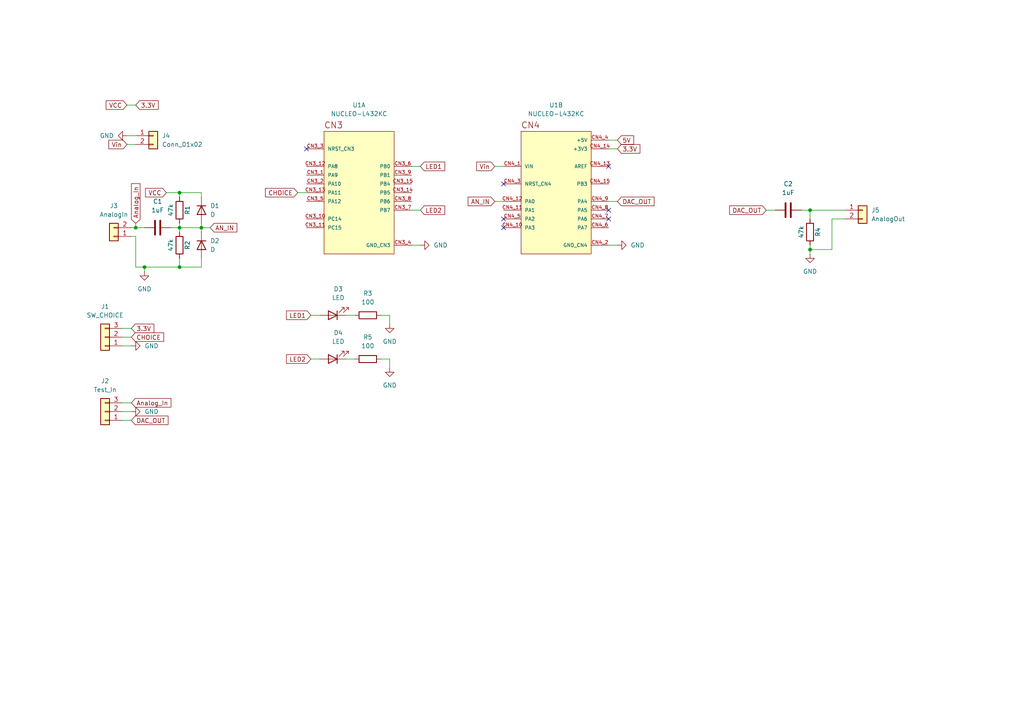
<source format=kicad_sch>
(kicad_sch (version 20231120) (generator "eeschema") (generator_version "8.0")
  (paper "A4")
  (lib_symbols
    (symbol "Conn_01x02_1" (pin_names (offset 1.016) hide)
      (property "Reference" "J" (at 0 2.54 0))
      (property "Value" "Conn_01x02" (at 0 -5.08 0))
      (symbol "Conn_01x02_1_1_1"
        (rectangle (start -1.27 -2.413) (end 0 -2.667) (stroke (width 0.1524)))
        (rectangle (start -1.27 0.127) (end 0 -0.127) (stroke (width 0.1524)))
        (rectangle (start -1.27 1.27) (end 1.27 -3.81) (stroke (width 0.254)) (fill (type background)))
        (pin passive line (at -5.08 0 0) (length 3.81) (name "Pin_1") (number "1"))
        (pin passive line (at -5.08 -2.54 0) (length 3.81) (name "Pin_2") (number "2"))
      )
    )
    (symbol "Connector_Generic:Conn_01x02" (pin_names (offset 1.016) hide)
      (property "Reference" "J" (at 0 2.54 0))
      (property "Value" "Conn_01x02" (at 0 -5.08 0))
      (symbol "Conn_01x02_1_1"
        (rectangle (start -1.27 -2.413) (end 0 -2.667) (stroke (width 0.1524)))
        (rectangle (start -1.27 0.127) (end 0 -0.127) (stroke (width 0.1524)))
        (rectangle (start -1.27 1.27) (end 1.27 -3.81) (stroke (width 0.254)) (fill (type background)))
        (pin passive line (at -5.08 0 0) (length 3.81) (name "Pin_1") (number "1"))
        (pin passive line (at -5.08 -2.54 0) (length 3.81) (name "Pin_2") (number "2"))
      )
    )
    (symbol "Connector_Generic:Conn_01x03" (pin_names (offset 1.016) hide)
      (property "Reference" "J" (at 0 5.08 0))
      (property "Value" "Conn_01x03" (at 0 -5.08 0))
      (symbol "Conn_01x03_1_1"
        (rectangle (start -1.27 -2.413) (end 0 -2.667) (stroke (width 0.1524)))
        (rectangle (start -1.27 0.127) (end 0 -0.127) (stroke (width 0.1524)))
        (rectangle (start -1.27 2.667) (end 0 2.413) (stroke (width 0.1524)))
        (rectangle (start -1.27 3.81) (end 1.27 -3.81) (stroke (width 0.254)) (fill (type background)))
        (pin passive line (at -5.08 2.54 0) (length 3.81) (name "Pin_1") (number "1"))
        (pin passive line (at -5.08 0 0) (length 3.81) (name "Pin_2") (number "2"))
        (pin passive line (at -5.08 -2.54 0) (length 3.81) (name "Pin_3") (number "3"))
      )
    )
    (symbol "Device:C" (pin_numbers hide) (pin_names (offset 0.254))
      (property "Reference" "C" (at 0.635 2.54 0))
      (property "Value" "C" (at 0.635 -2.54 0))
      (symbol "C_0_1"
        (polyline (pts (xy -2.032 -0.762) (xy 2.032 -0.762)) (stroke (width 0.508)))
        (polyline (pts (xy -2.032 0.762) (xy 2.032 0.762)) (stroke (width 0.508)))
      )
      (symbol "C_1_1"
        (pin passive line (at 0 3.81 270) (length 2.794) (name "~") (number "1"))
        (pin passive line (at 0 -3.81 90) (length 2.794) (name "~") (number "2"))
      )
    )
    (symbol "Device:D" (pin_numbers hide) (pin_names (offset 1.016) hide)
      (property "Reference" "D" (at 0 2.54 0))
      (property "Value" "D" (at 0 -2.54 0))
      (symbol "D_0_1"
        (polyline (pts (xy -1.27 1.27) (xy -1.27 -1.27)) (stroke (width 0.254)))
        (polyline (pts (xy 1.27 0) (xy -1.27 0)))
        (polyline (pts (xy 1.27 1.27) (xy 1.27 -1.27) (xy -1.27 0) (xy 1.27 1.27)) (stroke (width 0.254)))
      )
      (symbol "D_1_1"
        (pin passive line (at -3.81 0 0) (length 2.54) (name "K") (number "1"))
        (pin passive line (at 3.81 0 180) (length 2.54) (name "A") (number "2"))
      )
    )
    (symbol "Device:LED" (pin_numbers hide) (pin_names (offset 1.016) hide)
      (property "Reference" "D" (at 0 2.54 0))
      (property "Value" "LED" (at 0 -2.54 0))
      (symbol "LED_0_1"
        (polyline (pts (xy -1.27 -1.27) (xy -1.27 1.27)) (stroke (width 0.254)))
        (polyline (pts (xy -1.27 0) (xy 1.27 0)))
        (polyline (pts (xy 1.27 -1.27) (xy 1.27 1.27) (xy -1.27 0) (xy 1.27 -1.27)) (stroke (width 0.254)))
        (polyline (pts (xy -3.048 -0.762) (xy -4.572 -2.286) (xy -3.81 -2.286) (xy -4.572 -2.286) (xy -4.572 -1.524)))
        (polyline (pts (xy -1.778 -0.762) (xy -3.302 -2.286) (xy -2.54 -2.286) (xy -3.302 -2.286) (xy -3.302 -1.524)))
      )
      (symbol "LED_1_1"
        (pin passive line (at -3.81 0 0) (length 2.54) (name "K") (number "1"))
        (pin passive line (at 3.81 0 180) (length 2.54) (name "A") (number "2"))
      )
    )
    (symbol "Device:R" (pin_numbers hide) (pin_names (offset 0))
      (property "Reference" "R" (at 2.032 0 90))
      (property "Value" "R" (at 0 0 90))
      (symbol "R_0_1"
        (rectangle (start -1.016 -2.54) (end 1.016 2.54) (stroke (width 0.254)))
      )
      (symbol "R_1_1"
        (pin passive line (at 0 3.81 270) (length 1.27) (name "~") (number "1"))
        (pin passive line (at 0 -3.81 90) (length 1.27) (name "~") (number "2"))
      )
    )
    (symbol "NUCLEO-L432KC:NUCLEO-L432KC" (pin_names (offset 1.016))
      (property "Reference" "U" (at -10.16 21.082 0))
      (property "Value" "NUCLEO-L432KC" (at -10.16 -20.32 0))
      (symbol "NUCLEO-L432KC_1_0"
        (rectangle (start -10.16 -17.78) (end 10.16 17.78) (stroke (width 0.1524)) (fill (type background)))
        (text "CN3" (at -10.16 18.542 0) (effects (font (size 1.778 1.778)) (justify left bottom)))
        (pin bidirectional line (at -15.24 5.08 0) (length 5.08) (name "PA9") (number "CN3_1"))
        (pin bidirectional line (at -15.24 -7.62 0) (length 5.08) (name "PC14") (number "CN3_10"))
        (pin bidirectional line (at -15.24 -10.16 0) (length 5.08) (name "PC15") (number "CN3_11"))
        (pin bidirectional line (at -15.24 7.62 0) (length 5.08) (name "PA8") (number "CN3_12"))
        (pin bidirectional line (at -15.24 0 0) (length 5.08) (name "PA11") (number "CN3_13"))
        (pin bidirectional line (at 15.24 0 180) (length 5.08) (name "PB5") (number "CN3_14"))
        (pin bidirectional line (at 15.24 2.54 180) (length 5.08) (name "PB4") (number "CN3_15"))
        (pin bidirectional line (at -15.24 2.54 0) (length 5.08) (name "PA10") (number "CN3_2"))
        (pin bidirectional line (at -15.24 12.7 0) (length 5.08) (name "NRST_CN3") (number "CN3_3"))
        (pin power_in line (at 15.24 -15.24 180) (length 5.08) (name "GND_CN3") (number "CN3_4"))
        (pin bidirectional line (at -15.24 -2.54 0) (length 5.08) (name "PA12") (number "CN3_5"))
        (pin bidirectional line (at 15.24 7.62 180) (length 5.08) (name "PB0") (number "CN3_6"))
        (pin bidirectional line (at 15.24 -5.08 180) (length 5.08) (name "PB7") (number "CN3_7"))
        (pin bidirectional line (at 15.24 -2.54 180) (length 5.08) (name "PB6") (number "CN3_8"))
        (pin bidirectional line (at 15.24 5.08 180) (length 5.08) (name "PB1") (number "CN3_9"))
      )
      (symbol "NUCLEO-L432KC_2_0"
        (rectangle (start -10.16 -17.78) (end 10.16 17.78) (stroke (width 0.1524)) (fill (type background)))
        (text "CN4" (at -10.16 18.542 0) (effects (font (size 1.778 1.778)) (justify left bottom)))
        (pin input line (at -15.24 7.62 0) (length 5.08) (name "VIN") (number "CN4_1"))
        (pin bidirectional line (at -15.24 -10.16 0) (length 5.08) (name "PA3") (number "CN4_10"))
        (pin bidirectional line (at -15.24 -5.08 0) (length 5.08) (name "PA1") (number "CN4_11"))
        (pin bidirectional line (at -15.24 -2.54 0) (length 5.08) (name "PA0") (number "CN4_12"))
        (pin bidirectional line (at 15.24 7.62 180) (length 5.08) (name "AREF") (number "CN4_13"))
        (pin power_in line (at 15.24 12.7 180) (length 5.08) (name "+3V3") (number "CN4_14"))
        (pin bidirectional line (at 15.24 2.54 180) (length 5.08) (name "PB3") (number "CN4_15"))
        (pin power_in line (at 15.24 -15.24 180) (length 5.08) (name "GND_CN4") (number "CN4_2"))
        (pin bidirectional line (at -15.24 2.54 0) (length 5.08) (name "NRST_CN4") (number "CN4_3"))
        (pin power_in line (at 15.24 15.24 180) (length 5.08) (name "+5V") (number "CN4_4"))
        (pin bidirectional line (at -15.24 -7.62 0) (length 5.08) (name "PA2") (number "CN4_5"))
        (pin bidirectional line (at 15.24 -10.16 180) (length 5.08) (name "PA7") (number "CN4_6"))
        (pin bidirectional line (at 15.24 -7.62 180) (length 5.08) (name "PA6") (number "CN4_7"))
        (pin bidirectional line (at 15.24 -5.08 180) (length 5.08) (name "PA5") (number "CN4_8"))
        (pin bidirectional line (at 15.24 -2.54 180) (length 5.08) (name "PA4") (number "CN4_9"))
      )
    )
    (symbol "power:GND" (power) (pin_names (offset 0))
      (property "Value" "GND" (at 0 -3.81 0))
      (symbol "GND_0_1"
        (polyline (pts (xy 0 0) (xy 0 -1.27) (xy 1.27 -1.27) (xy 0 -2.54) (xy -1.27 -1.27) (xy 0 -1.27)))
      )
      (symbol "GND_1_1"
        (pin power_in line (at 0 0 270) (length 0) hide (name "GND") (number "1"))
      )
    )
  )
  (junction (at 52.07 55.88))
  (junction (at 52.07 77.47))
  (junction (at 58.42 66.04))
  (junction (at 39.37 66.04))
  (junction (at 41.91 77.47))
  (junction (at 234.95 72.39))
  (junction (at 234.95 60.96))
  (junction (at 52.07 66.04))
  (no_connect (at 176.53 48.26))
  (no_connect (at 146.05 53.34))
  (no_connect (at 146.05 63.5))
  (no_connect (at 176.53 63.5))
  (no_connect (at 176.53 60.96))
  (no_connect (at 146.05 66.04))
  (no_connect (at 88.9 43.18))
  (wire (pts (xy 39.37 68.58) (xy 39.37 77.47)))
  (wire (pts (xy 143.51 58.42) (xy 146.05 58.42)))
  (wire (pts (xy 35.56 100.33) (xy 38.1 100.33)))
  (wire (pts (xy 90.17 91.44) (xy 92.71 91.44)))
  (wire (pts (xy 52.07 66.04) (xy 52.07 64.77)))
  (wire (pts (xy 58.42 66.04) (xy 60.96 66.04)))
  (wire (pts (xy 113.03 104.14) (xy 113.03 106.68)))
  (wire (pts (xy 119.38 60.96) (xy 121.92 60.96)))
  (wire (pts (xy 36.83 39.37) (xy 39.37 39.37)))
  (wire (pts (xy 100.33 91.44) (xy 102.87 91.44)))
  (wire (pts (xy 52.07 66.04) (xy 58.42 66.04)))
  (wire (pts (xy 41.91 77.47) (xy 41.91 78.74)))
  (wire (pts (xy 36.83 41.91) (xy 39.37 41.91)))
  (wire (pts (xy 39.37 66.04) (xy 41.91 66.04)))
  (wire (pts (xy 35.56 121.92) (xy 38.1 121.92)))
  (wire (pts (xy 39.37 64.77) (xy 39.37 66.04)))
  (wire (pts (xy 110.49 104.14) (xy 113.03 104.14)))
  (wire (pts (xy 41.91 77.47) (xy 39.37 77.47)))
  (wire (pts (xy 48.26 55.88) (xy 52.07 55.88)))
  (wire (pts (xy 110.49 91.44) (xy 113.03 91.44)))
  (wire (pts (xy 232.41 60.96) (xy 234.95 60.96)))
  (wire (pts (xy 52.07 66.04) (xy 52.07 67.31)))
  (wire (pts (xy 86.36 55.88) (xy 88.9 55.88)))
  (wire (pts (xy 52.07 55.88) (xy 58.42 55.88)))
  (wire (pts (xy 52.07 74.93) (xy 52.07 77.47)))
  (wire (pts (xy 52.07 77.47) (xy 41.91 77.47)))
  (wire (pts (xy 58.42 66.04) (xy 58.42 64.77)))
  (wire (pts (xy 35.56 116.84) (xy 38.1 116.84)))
  (wire (pts (xy 38.1 66.04) (xy 39.37 66.04)))
  (wire (pts (xy 100.33 104.14) (xy 102.87 104.14)))
  (wire (pts (xy 241.3 63.5) (xy 245.11 63.5)))
  (wire (pts (xy 49.53 66.04) (xy 52.07 66.04)))
  (wire (pts (xy 234.95 71.12) (xy 234.95 72.39)))
  (wire (pts (xy 176.53 58.42) (xy 179.07 58.42)))
  (wire (pts (xy 58.42 74.93) (xy 58.42 77.47)))
  (wire (pts (xy 119.38 48.26) (xy 121.92 48.26)))
  (wire (pts (xy 113.03 91.44) (xy 113.03 93.98)))
  (wire (pts (xy 58.42 55.88) (xy 58.42 57.15)))
  (wire (pts (xy 58.42 77.47) (xy 52.07 77.47)))
  (wire (pts (xy 176.53 43.18) (xy 179.07 43.18)))
  (wire (pts (xy 234.95 72.39) (xy 241.3 72.39)))
  (wire (pts (xy 234.95 60.96) (xy 234.95 63.5)))
  (wire (pts (xy 90.17 104.14) (xy 92.71 104.14)))
  (wire (pts (xy 234.95 60.96) (xy 245.11 60.96)))
  (wire (pts (xy 119.38 71.12) (xy 121.92 71.12)))
  (wire (pts (xy 241.3 72.39) (xy 241.3 63.5)))
  (wire (pts (xy 176.53 71.12) (xy 179.07 71.12)))
  (wire (pts (xy 35.56 95.25) (xy 38.1 95.25)))
  (wire (pts (xy 35.56 119.38) (xy 38.1 119.38)))
  (wire (pts (xy 176.53 40.64) (xy 179.07 40.64)))
  (wire (pts (xy 234.95 72.39) (xy 234.95 73.66)))
  (wire (pts (xy 222.25 60.96) (xy 224.79 60.96)))
  (wire (pts (xy 36.83 30.48) (xy 39.37 30.48)))
  (wire (pts (xy 39.37 68.58) (xy 38.1 68.58)))
  (wire (pts (xy 52.07 55.88) (xy 52.07 57.15)))
  (wire (pts (xy 35.56 97.79) (xy 38.1 97.79)))
  (wire (pts (xy 143.51 48.26) (xy 146.05 48.26)))
  (wire (pts (xy 58.42 66.04) (xy 58.42 67.31)))
  (global_label "Analog_In" (shape input) (at 39.37 64.77 90) (property "Intersheetrefs" "${INTERSHEET_REFS}" (effects (hide yes))))
  (global_label "LED2" (shape input) (at 121.92 60.96 0) (property "Intersheetrefs" "${INTERSHEET_REFS}" (effects (hide yes))))
  (global_label "Analog_In" (shape input) (at 38.1 116.84 0) (property "Intersheetrefs" "${INTERSHEET_REFS}" (effects (hide yes))))
  (global_label "VCC" (shape input) (at 36.83 30.48 180) (property "Intersheetrefs" "${INTERSHEET_REFS}" (effects (hide yes))))
  (global_label "Vin" (shape input) (at 143.51 48.26 180) (property "Intersheetrefs" "${INTERSHEET_REFS}" (effects (hide yes))))
  (global_label "LED2" (shape input) (at 90.17 104.14 180) (property "Intersheetrefs" "${INTERSHEET_REFS}" (effects (hide yes))))
  (global_label "LED1" (shape input) (at 121.92 48.26 0) (property "Intersheetrefs" "${INTERSHEET_REFS}" (effects (hide yes))))
  (global_label "DAC_OUT" (shape input) (at 38.1 121.92 0) (property "Intersheetrefs" "${INTERSHEET_REFS}" (effects (hide yes))))
  (global_label "3.3V" (shape input) (at 179.07 43.18 0) (property "Intersheetrefs" "${INTERSHEET_REFS}" (effects (hide yes))))
  (global_label "AN_IN" (shape input) (at 60.96 66.04 0) (property "Intersheetrefs" "${INTERSHEET_REFS}" (effects (hide yes))))
  (global_label "Vin" (shape input) (at 36.83 41.91 180) (property "Intersheetrefs" "${INTERSHEET_REFS}" (effects (hide yes))))
  (global_label "DAC_OUT" (shape input) (at 222.25 60.96 180) (property "Intersheetrefs" "${INTERSHEET_REFS}" (effects (hide yes))))
  (global_label "VCC" (shape input) (at 48.26 55.88 180) (property "Intersheetrefs" "${INTERSHEET_REFS}" (effects (hide yes))))
  (global_label "5V" (shape input) (at 179.07 40.64 0) (property "Intersheetrefs" "${INTERSHEET_REFS}" (effects (hide yes))))
  (global_label "DAC_OUT" (shape input) (at 179.07 58.42 0) (property "Intersheetrefs" "${INTERSHEET_REFS}" (effects (hide yes))))
  (global_label "CHOICE" (shape input) (at 86.36 55.88 180) (property "Intersheetrefs" "${INTERSHEET_REFS}" (effects (hide yes))))
  (global_label "CHOICE" (shape input) (at 38.1 97.79 0) (property "Intersheetrefs" "${INTERSHEET_REFS}" (effects (hide yes))))
  (global_label "3.3V" (shape input) (at 38.1 95.25 0) (property "Intersheetrefs" "${INTERSHEET_REFS}" (effects (hide yes))))
  (global_label "LED1" (shape input) (at 90.17 91.44 180) (property "Intersheetrefs" "${INTERSHEET_REFS}" (effects (hide yes))))
  (global_label "3.3V" (shape input) (at 39.37 30.48 0) (property "Intersheetrefs" "${INTERSHEET_REFS}" (effects (hide yes))))
  (global_label "AN_IN" (shape input) (at 143.51 58.42 180) (property "Intersheetrefs" "${INTERSHEET_REFS}" (effects (hide yes))))
  (symbol (lib_id "NUCLEO-L432KC:NUCLEO-L432KC") (at 161.29 55.88 0) (unit 2)
    (property "Reference" "U1" (at 161.29 30.48 0))
    (property "Value" "NUCLEO-L432KC" (at 161.29 33.02 0))
    (property "Footprint" "NUCLEO_L432KC:MODULE_NUCLEO-L432KC" (effects (hide yes)))
    (property "PARTREV" "N/A" (effects (hide yes)))
    (property "STANDARD" "Manufacturer Recommendations" (effects (hide yes)))
    (property "MAXIMUM_PACKAGE_HEIGHT" "N/A" (effects (hide yes)))
    (property "MANUFACTURER" "ST Microelectronics" (effects (hide yes)))
  )
  (symbol (lib_id "power:GND") (at 234.95 73.66 0) (unit 1)
    (property "Reference" "#PWR08" (effects (hide yes)))
    (property "Value" "GND" (at 234.95 78.74 0))
    (property "Description" "Power symbol creates a global label with name \"GND\" , ground" (effects (hide yes)))
  )
  (symbol (lib_id "power:GND") (at 121.92 71.12 90) (unit 1)
    (property "Reference" "#PWR06" (effects (hide yes)))
    (property "Value" "GND" (at 125.73 71.1199 90) (effects (justify right)))
    (property "Description" "Power symbol creates a global label with name \"GND\" , ground" (effects (hide yes)))
  )
  (symbol (lib_id "power:GND") (at 36.83 39.37 270) (unit 1)
    (property "Reference" "#PWR01" (effects (hide yes)))
    (property "Value" "GND" (at 33.02 39.3699 90) (effects (justify right)))
    (property "Description" "Power symbol creates a global label with name \"GND\" , ground" (effects (hide yes)))
  )
  (symbol (lib_id "Device:C") (at 228.6 60.96 90) (unit 1)
    (property "Reference" "C2" (at 228.6 53.34 90))
    (property "Value" "1uF" (at 228.6 55.88 90))
    (property "Footprint" "Capacitor_THT:C_Rect_L16.5mm_W7.3mm_P15.00mm_MKT" (effects (hide yes)))
    (property "Description" "Unpolarized capacitor" (effects (hide yes)))
  )
  (symbol (lib_id "power:GND") (at 179.07 71.12 90) (unit 1)
    (property "Reference" "#PWR07" (effects (hide yes)))
    (property "Value" "GND" (at 182.88 71.1199 90) (effects (justify right)))
    (property "Description" "Power symbol creates a global label with name \"GND\" , ground" (effects (hide yes)))
  )
  (symbol (lib_id "power:GND") (at 113.03 93.98 0) (unit 1)
    (property "Reference" "#PWR05" (effects (hide yes)))
    (property "Value" "GND" (at 113.03 99.06 0))
    (property "Description" "Power symbol creates a global label with name \"GND\" , ground" (effects (hide yes)))
  )
  (symbol (lib_id "power:GND") (at 38.1 100.33 90) (unit 1)
    (property "Reference" "#PWR02" (effects (hide yes)))
    (property "Value" "GND" (at 41.91 100.3299 90) (effects (justify right)))
    (property "Description" "Power symbol creates a global label with name \"GND\" , ground" (effects (hide yes)))
  )
  (symbol (lib_id "Device:R") (at 106.68 91.44 90) (unit 1)
    (property "Reference" "R3" (at 106.68 85.09 90))
    (property "Value" "100" (at 106.68 87.63 90))
    (property "Footprint" "Resistor_THT:R_Axial_DIN0207_L6.3mm_D2.5mm_P10.16mm_Horizontal" (effects (hide yes)))
    (property "Description" "Resistor" (effects (hide yes)))
  )
  (symbol (lib_id "power:GND") (at 38.1 119.38 90) (unit 1)
    (property "Reference" "#PWR03" (effects (hide yes)))
    (property "Value" "GND" (at 41.91 119.3799 90) (effects (justify right)))
    (property "Description" "Power symbol creates a global label with name \"GND\" , ground" (effects (hide yes)))
  )
  (symbol (lib_id "Connector_Generic:Conn_01x02") (at 33.02 68.58 180) (unit 1)
    (property "Reference" "J3" (at 33.02 59.69 0))
    (property "Value" "AnalogIn" (at 33.02 62.23 0))
    (property "Footprint" "Connector_PinSocket_2.54mm:PinSocket_1x02_P2.54mm_Vertical" (effects (hide yes)))
    (property "Description" "Generic connector, single row, 01x02, script generated (kicad-library-utils/schlib/autogen/connector/)" (effects (hide yes)))
  )
  (symbol (lib_id "Connector_Generic:Conn_01x03") (at 30.48 97.79 180) (unit 1)
    (property "Reference" "J1" (at 30.48 88.9 0))
    (property "Value" "SW_CHOICE" (at 30.48 91.44 0))
    (property "Footprint" "Connector_PinSocket_2.54mm:PinSocket_1x03_P2.54mm_Vertical" (effects (hide yes)))
    (property "Description" "Generic connector, single row, 01x03, script generated (kicad-library-utils/schlib/autogen/connector/)" (effects (hide yes)))
  )
  (symbol (lib_id "power:GND") (at 41.91 78.74 0) (unit 1)
    (property "Reference" "#PWR04" (effects (hide yes)))
    (property "Value" "GND" (at 41.91 83.82 0))
    (property "Description" "Power symbol creates a global label with name \"GND\" , ground" (effects (hide yes)))
  )
  (symbol (lib_id "Device:D") (at 58.42 71.12 270) (unit 1)
    (property "Reference" "D2" (at 60.96 69.85 90) (effects (justify left)))
    (property "Value" "D" (at 60.96 72.39 90) (effects (justify left)))
    (property "Footprint" "Diode_THT:D_DO-35_SOD27_P7.62mm_Horizontal" (effects (hide yes)))
    (property "Description" "Diode" (effects (hide yes)))
  )
  (symbol (lib_id "Device:R") (at 106.68 104.14 90) (unit 1)
    (property "Reference" "R5" (at 106.68 97.79 90))
    (property "Value" "100" (at 106.68 100.33 90))
    (property "Footprint" "Resistor_THT:R_Axial_DIN0207_L6.3mm_D2.5mm_P10.16mm_Horizontal" (effects (hide yes)))
    (property "Description" "Resistor" (effects (hide yes)))
  )
  (symbol (lib_id "Connector_Generic:Conn_01x03") (at 30.48 119.38 180) (unit 1)
    (property "Reference" "J2" (at 30.48 110.49 0))
    (property "Value" "Test_In" (at 30.48 113.03 0))
    (property "Footprint" "Connector_PinSocket_2.54mm:PinSocket_1x03_P2.54mm_Vertical" (effects (hide yes)))
    (property "Description" "Generic connector, single row, 01x03, script generated (kicad-library-utils/schlib/autogen/connector/)" (effects (hide yes)))
  )
  (symbol (lib_id "NUCLEO-L432KC:NUCLEO-L432KC") (at 104.14 55.88 0) (unit 1)
    (property "Reference" "U1" (at 104.14 30.48 0))
    (property "Value" "NUCLEO-L432KC" (at 104.14 33.02 0))
    (property "Footprint" "NUCLEO_L432KC:MODULE_NUCLEO-L432KC" (effects (hide yes)))
    (property "PARTREV" "N/A" (effects (hide yes)))
    (property "STANDARD" "Manufacturer Recommendations" (effects (hide yes)))
    (property "MAXIMUM_PACKAGE_HEIGHT" "N/A" (effects (hide yes)))
    (property "MANUFACTURER" "ST Microelectronics" (effects (hide yes)))
  )
  (symbol (lib_id "Device:C") (at 45.72 66.04 90) (unit 1)
    (property "Reference" "C1" (at 45.72 58.42 90))
    (property "Value" "1uF" (at 45.72 60.96 90))
    (property "Footprint" "Capacitor_THT:C_Rect_L16.5mm_W7.3mm_P15.00mm_MKT" (effects (hide yes)))
    (property "Description" "Unpolarized capacitor" (effects (hide yes)))
  )
  (symbol (lib_name "Conn_01x02_1") (lib_id "Connector_Generic:Conn_01x02") (at 44.45 39.37 0) (unit 1)
    (property "Reference" "J4" (at 46.99 39.3699 0) (effects (justify left)))
    (property "Value" "Conn_01x02" (at 46.99 41.9099 0) (effects (justify left)))
    (property "Footprint" "Connector_PinSocket_2.54mm:PinSocket_1x02_P2.54mm_Vertical" (effects (hide yes)))
    (property "Description" "Generic connector, single row, 01x02, script generated (kicad-library-utils/schlib/autogen/connector/)" (effects (hide yes)))
  )
  (symbol (lib_id "Device:LED") (at 96.52 104.14 180) (unit 1)
    (property "Reference" "D4" (at 98.1075 96.52 0))
    (property "Value" "LED" (at 98.1075 99.06 0))
    (property "Footprint" "LED_THT:LED_D3.0mm_Clear" (effects (hide yes)))
    (property "Description" "Light emitting diode" (effects (hide yes)))
  )
  (symbol (lib_id "Device:D") (at 58.42 60.96 270) (unit 1)
    (property "Reference" "D1" (at 60.96 59.6899 90) (effects (justify left)))
    (property "Value" "D" (at 60.96 62.2299 90) (effects (justify left)))
    (property "Footprint" "Diode_THT:D_DO-35_SOD27_P7.62mm_Horizontal" (effects (hide yes)))
    (property "Description" "Diode" (effects (hide yes)))
  )
  (symbol (lib_id "Device:R") (at 52.07 60.96 180) (unit 1)
    (property "Reference" "R1" (at 54.356 60.96 90))
    (property "Value" "47k" (at 49.53 60.96 90))
    (property "Footprint" "Resistor_THT:R_Axial_DIN0207_L6.3mm_D2.5mm_P10.16mm_Horizontal" (effects (hide yes)))
    (property "Description" "Resistor" (effects (hide yes)))
  )
  (symbol (lib_id "power:GND") (at 113.03 106.68 0) (unit 1)
    (property "Reference" "#PWR09" (effects (hide yes)))
    (property "Value" "GND" (at 113.03 111.76 0))
    (property "Description" "Power symbol creates a global label with name \"GND\" , ground" (effects (hide yes)))
  )
  (symbol (lib_id "Device:R") (at 234.95 67.31 180) (unit 1)
    (property "Reference" "R4" (at 237.236 67.31 90))
    (property "Value" "47k" (at 232.41 67.31 90))
    (property "Footprint" "Resistor_THT:R_Axial_DIN0207_L6.3mm_D2.5mm_P10.16mm_Horizontal" (effects (hide yes)))
    (property "Description" "Resistor" (effects (hide yes)))
  )
  (symbol (lib_id "Connector_Generic:Conn_01x02") (at 250.19 60.96 0) (unit 1)
    (property "Reference" "J5" (at 252.73 60.9599 0) (effects (justify left)))
    (property "Value" "AnalogOut" (at 252.73 63.4999 0) (effects (justify left)))
    (property "Footprint" "Connector_PinSocket_2.54mm:PinSocket_1x02_P2.54mm_Vertical" (effects (hide yes)))
    (property "Description" "Generic connector, single row, 01x02, script generated (kicad-library-utils/schlib/autogen/connector/)" (effects (hide yes)))
  )
  (symbol (lib_id "Device:R") (at 52.07 71.12 180) (unit 1)
    (property "Reference" "R2" (at 54.356 71.12 90))
    (property "Value" "47k" (at 49.53 71.12 90))
    (property "Footprint" "Resistor_THT:R_Axial_DIN0207_L6.3mm_D2.5mm_P10.16mm_Horizontal" (effects (hide yes)))
    (property "Description" "Resistor" (effects (hide yes)))
  )
  (symbol (lib_id "Device:LED") (at 96.52 91.44 180) (unit 1)
    (property "Reference" "D3" (at 98.1075 83.82 0))
    (property "Value" "LED" (at 98.1075 86.36 0))
    (property "Footprint" "LED_THT:LED_D3.0mm_Clear" (effects (hide yes)))
    (property "Description" "Light emitting diode" (effects (hide yes)))
  )
)
</source>
